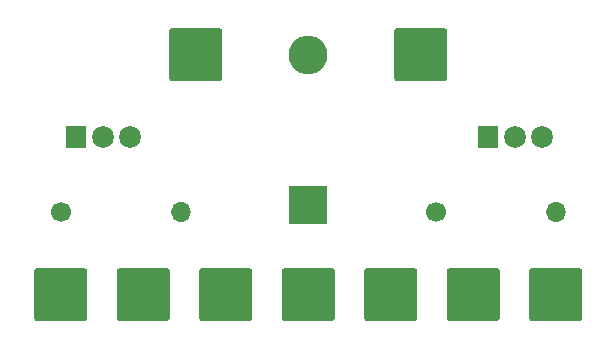
<source format=gbr>
%TF.GenerationSoftware,KiCad,Pcbnew,(5.1.6)-1*%
%TF.CreationDate,2020-08-02T10:54:23-04:00*%
%TF.ProjectId,Fogger_Power_CTRL,466f6767-6572-45f5-906f-7765725f4354,rev?*%
%TF.SameCoordinates,Original*%
%TF.FileFunction,Soldermask,Bot*%
%TF.FilePolarity,Negative*%
%FSLAX46Y46*%
G04 Gerber Fmt 4.6, Leading zero omitted, Abs format (unit mm)*
G04 Created by KiCad (PCBNEW (5.1.6)-1) date 2020-08-02 10:54:23*
%MOMM*%
%LPD*%
G01*
G04 APERTURE LIST*
%ADD10R,3.300000X3.300000*%
%ADD11O,3.300000X3.300000*%
%ADD12O,1.817500X1.900000*%
%ADD13R,1.817500X1.900000*%
%ADD14O,1.700000X1.700000*%
%ADD15C,1.700000*%
G04 APERTURE END LIST*
D10*
%TO.C,D1*%
X126365000Y-100330000D03*
D11*
X126365000Y-87630000D03*
%TD*%
%TO.C,J1*%
G36*
G01*
X124115000Y-109944319D02*
X124115000Y-105955681D01*
G75*
G02*
X124370681Y-105700000I255681J0D01*
G01*
X128359319Y-105700000D01*
G75*
G02*
X128615000Y-105955681I0J-255681D01*
G01*
X128615000Y-109944319D01*
G75*
G02*
X128359319Y-110200000I-255681J0D01*
G01*
X124370681Y-110200000D01*
G75*
G02*
X124115000Y-109944319I0J255681D01*
G01*
G37*
%TD*%
%TO.C,J2*%
G36*
G01*
X133640000Y-89624319D02*
X133640000Y-85635681D01*
G75*
G02*
X133895681Y-85380000I255681J0D01*
G01*
X137884319Y-85380000D01*
G75*
G02*
X138140000Y-85635681I0J-255681D01*
G01*
X138140000Y-89624319D01*
G75*
G02*
X137884319Y-89880000I-255681J0D01*
G01*
X133895681Y-89880000D01*
G75*
G02*
X133640000Y-89624319I0J255681D01*
G01*
G37*
%TD*%
%TO.C,J3*%
G36*
G01*
X114590000Y-89624319D02*
X114590000Y-85635681D01*
G75*
G02*
X114845681Y-85380000I255681J0D01*
G01*
X118834319Y-85380000D01*
G75*
G02*
X119090000Y-85635681I0J-255681D01*
G01*
X119090000Y-89624319D01*
G75*
G02*
X118834319Y-89880000I-255681J0D01*
G01*
X114845681Y-89880000D01*
G75*
G02*
X114590000Y-89624319I0J255681D01*
G01*
G37*
%TD*%
%TO.C,J4*%
G36*
G01*
X103160000Y-109944319D02*
X103160000Y-105955681D01*
G75*
G02*
X103415681Y-105700000I255681J0D01*
G01*
X107404319Y-105700000D01*
G75*
G02*
X107660000Y-105955681I0J-255681D01*
G01*
X107660000Y-109944319D01*
G75*
G02*
X107404319Y-110200000I-255681J0D01*
G01*
X103415681Y-110200000D01*
G75*
G02*
X103160000Y-109944319I0J255681D01*
G01*
G37*
%TD*%
%TO.C,J5*%
G36*
G01*
X117130000Y-109944319D02*
X117130000Y-105955681D01*
G75*
G02*
X117385681Y-105700000I255681J0D01*
G01*
X121374319Y-105700000D01*
G75*
G02*
X121630000Y-105955681I0J-255681D01*
G01*
X121630000Y-109944319D01*
G75*
G02*
X121374319Y-110200000I-255681J0D01*
G01*
X117385681Y-110200000D01*
G75*
G02*
X117130000Y-109944319I0J255681D01*
G01*
G37*
%TD*%
%TO.C,J6*%
G36*
G01*
X110145000Y-109944319D02*
X110145000Y-105955681D01*
G75*
G02*
X110400681Y-105700000I255681J0D01*
G01*
X114389319Y-105700000D01*
G75*
G02*
X114645000Y-105955681I0J-255681D01*
G01*
X114645000Y-109944319D01*
G75*
G02*
X114389319Y-110200000I-255681J0D01*
G01*
X110400681Y-110200000D01*
G75*
G02*
X110145000Y-109944319I0J255681D01*
G01*
G37*
%TD*%
%TO.C,J7*%
G36*
G01*
X145070000Y-109944319D02*
X145070000Y-105955681D01*
G75*
G02*
X145325681Y-105700000I255681J0D01*
G01*
X149314319Y-105700000D01*
G75*
G02*
X149570000Y-105955681I0J-255681D01*
G01*
X149570000Y-109944319D01*
G75*
G02*
X149314319Y-110200000I-255681J0D01*
G01*
X145325681Y-110200000D01*
G75*
G02*
X145070000Y-109944319I0J255681D01*
G01*
G37*
%TD*%
%TO.C,J8*%
G36*
G01*
X131100000Y-109944319D02*
X131100000Y-105955681D01*
G75*
G02*
X131355681Y-105700000I255681J0D01*
G01*
X135344319Y-105700000D01*
G75*
G02*
X135600000Y-105955681I0J-255681D01*
G01*
X135600000Y-109944319D01*
G75*
G02*
X135344319Y-110200000I-255681J0D01*
G01*
X131355681Y-110200000D01*
G75*
G02*
X131100000Y-109944319I0J255681D01*
G01*
G37*
%TD*%
%TO.C,J9*%
G36*
G01*
X138085000Y-109944319D02*
X138085000Y-105955681D01*
G75*
G02*
X138340681Y-105700000I255681J0D01*
G01*
X142329319Y-105700000D01*
G75*
G02*
X142585000Y-105955681I0J-255681D01*
G01*
X142585000Y-109944319D01*
G75*
G02*
X142329319Y-110200000I-255681J0D01*
G01*
X138340681Y-110200000D01*
G75*
G02*
X138085000Y-109944319I0J255681D01*
G01*
G37*
%TD*%
D12*
%TO.C,Q1*%
X111260000Y-94615000D03*
X108970000Y-94615000D03*
D13*
X106680000Y-94615000D03*
%TD*%
%TO.C,Q2*%
X141605000Y-94615000D03*
D12*
X143895000Y-94615000D03*
X146185000Y-94615000D03*
%TD*%
D14*
%TO.C,R1*%
X115570000Y-100965000D03*
D15*
X105410000Y-100965000D03*
%TD*%
%TO.C,R2*%
X137160000Y-100965000D03*
D14*
X147320000Y-100965000D03*
%TD*%
M02*

</source>
